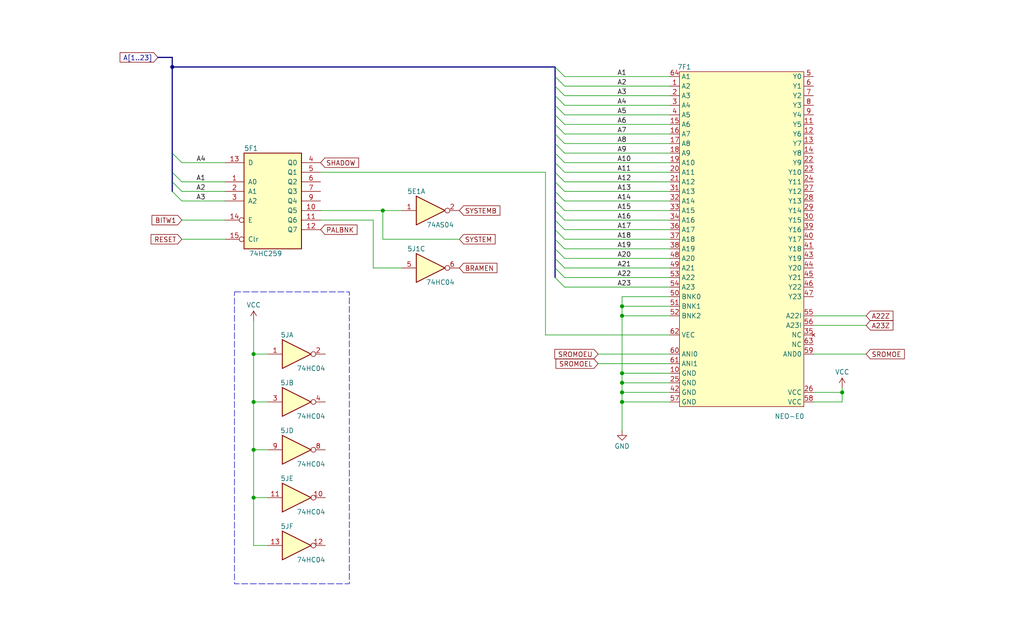
<source format=kicad_sch>
(kicad_sch (version 20230121) (generator eeschema)
  (paper "User" 271.78 169.393)
  (title_block (title "NEO-EO shift registers") (date "2023-08-15") (company "SNK") (comment 3 "Converted by Frater ") (comment 4 "NEO-GEO MVS MV1F") (comment 9 "https://github.com/Neo-Geo-Hardwares/Schematics-MV1F"))
  (lib_symbols
    (symbol "0-Custom-SNK:NEO-E0 (MV2F)"
      (property "Reference" "E5" (at -16.51 45.72 0))
      (property "Value" "NEO-E0 (MV2F)" (at 9.525 -45.72 0))
      (symbol "NEO-E0 (MV2F)_0_0"
        (pin input line (at -19.05 40.64 0) (length 2.54) (name "A2") (number "1"))
        (pin power_in line (at -19.05 -35.56 0) (length 2.54) (name "GND") (number "10"))
        (pin output line (at 19.05 30.48 180) (length 2.54) (name "Y5") (number "11"))
        (pin output line (at 19.05 27.94 180) (length 2.54) (name "Y6") (number "12"))
        (pin output line (at 19.05 25.4 180) (length 2.54) (name "Y7") (number "13"))
        (pin output line (at 19.05 22.86 180) (length 2.54) (name "Y8") (number "14"))
        (pin input line (at -19.05 30.48 0) (length 2.54) (name "A6") (number "15"))
        (pin input line (at -19.05 27.94 0) (length 2.54) (name "A7") (number "16"))
        (pin input line (at -19.05 25.4 0) (length 2.54) (name "A8") (number "17"))
        (pin input line (at -19.05 22.86 0) (length 2.54) (name "A9") (number "18"))
        (pin input line (at -19.05 20.32 0) (length 2.54) (name "A10") (number "19"))
        (pin input line (at -19.05 38.1 0) (length 2.54) (name "A3") (number "2"))
        (pin input line (at -19.05 17.78 0) (length 2.54) (name "A11") (number "20"))
        (pin input line (at -19.05 15.24 0) (length 2.54) (name "A12") (number "21"))
        (pin output line (at 19.05 20.32 180) (length 2.54) (name "Y9") (number "22"))
        (pin output line (at 19.05 17.78 180) (length 2.54) (name "Y10") (number "23"))
        (pin output line (at 19.05 15.24 180) (length 2.54) (name "Y11") (number "24"))
        (pin power_in line (at -19.05 -38.1 0) (length 2.54) (name "GND") (number "25"))
        (pin power_in line (at 19.05 -40.64 180) (length 2.54) (name "VCC") (number "26"))
        (pin output line (at 19.05 12.7 180) (length 2.54) (name "Y12") (number "27"))
        (pin output line (at 19.05 10.16 180) (length 2.54) (name "Y13") (number "28"))
        (pin output line (at 19.05 7.62 180) (length 2.54) (name "Y14") (number "29"))
        (pin input line (at -19.05 35.56 0) (length 2.54) (name "A4") (number "3"))
        (pin output line (at 19.05 5.08 180) (length 2.54) (name "Y15") (number "30"))
        (pin input line (at -19.05 12.7 0) (length 2.54) (name "A13") (number "31"))
        (pin input line (at -19.05 10.16 0) (length 2.54) (name "A14") (number "32"))
        (pin input line (at -19.05 7.62 0) (length 2.54) (name "A15") (number "33"))
        (pin input line (at -19.05 5.08 0) (length 2.54) (name "A16") (number "34"))
        (pin no_connect line (at 19.05 -25.4 180) (length 2.54) (name "NC") (number "35"))
        (pin input line (at -19.05 2.54 0) (length 2.54) (name "A17") (number "36"))
        (pin input line (at -19.05 0 0) (length 2.54) (name "A18") (number "37"))
        (pin input line (at -19.05 -2.54 0) (length 2.54) (name "A19") (number "38"))
        (pin output line (at 19.05 2.54 180) (length 2.54) (name "Y16") (number "39"))
        (pin input line (at -19.05 33.02 0) (length 2.54) (name "A5") (number "4"))
        (pin output line (at 19.05 0 180) (length 2.54) (name "Y17") (number "40"))
        (pin output line (at 19.05 -2.54 180) (length 2.54) (name "Y18") (number "41"))
        (pin power_in line (at -19.05 -40.64 0) (length 2.54) (name "GND") (number "42"))
        (pin output line (at 19.05 -5.08 180) (length 2.54) (name "Y19") (number "43"))
        (pin output line (at 19.05 -7.62 180) (length 2.54) (name "Y20") (number "44"))
        (pin output line (at 19.05 -10.16 180) (length 2.54) (name "Y21") (number "45"))
        (pin output line (at 19.05 -12.7 180) (length 2.54) (name "Y22") (number "46"))
        (pin output line (at 19.05 -15.24 180) (length 2.54) (name "Y23") (number "47"))
        (pin input line (at -19.05 -5.08 0) (length 2.54) (name "A20") (number "48"))
        (pin input line (at -19.05 -7.62 0) (length 2.54) (name "A21") (number "49"))
        (pin output line (at 19.05 43.18 180) (length 2.54) (name "Y0") (number "5"))
        (pin input line (at -19.05 -15.24 0) (length 2.54) (name "BNK0") (number "50"))
        (pin input line (at -19.05 -17.78 0) (length 2.54) (name "BNK1") (number "51"))
        (pin input line (at -19.05 -20.32 0) (length 2.54) (name "BNK2") (number "52"))
        (pin input line (at -19.05 -10.16 0) (length 2.54) (name "A22") (number "53"))
        (pin input line (at -19.05 -12.7 0) (length 2.54) (name "A23") (number "54"))
        (pin output line (at 19.05 -20.32 180) (length 2.54) (name "A22I") (number "55"))
        (pin output line (at 19.05 -22.86 180) (length 2.54) (name "A23I") (number "56"))
        (pin power_in line (at -19.05 -43.18 0) (length 2.54) (name "GND") (number "57"))
        (pin power_in line (at 19.05 -43.18 180) (length 2.54) (name "VCC") (number "58"))
        (pin output line (at 19.05 -30.48 180) (length 2.54) (name "AND0") (number "59"))
        (pin output line (at 19.05 40.64 180) (length 2.54) (name "Y1") (number "6"))
        (pin input line (at -19.05 -30.48 0) (length 2.54) (name "ANI0") (number "60"))
        (pin input line (at -19.05 -33.02 0) (length 2.54) (name "ANI1") (number "61"))
        (pin output line (at -19.05 -25.4 0) (length 2.54) (name "VEC") (number "62"))
        (pin output line (at 19.05 -27.94 180) (length 2.54) (name "NC") (number "63"))
        (pin input line (at -19.05 43.18 0) (length 2.54) (name "A1") (number "64"))
        (pin output line (at 19.05 38.1 180) (length 2.54) (name "Y2") (number "7"))
        (pin output line (at 19.05 35.56 180) (length 2.54) (name "Y3") (number "8"))
        (pin output line (at 19.05 33.02 180) (length 2.54) (name "Y4") (number "9"))
      )
      (symbol "NEO-E0 (MV2F)_1_1"
        (rectangle (start -16.51 44.45) (end 16.51 -44.45) (fill (type background)))
      )
    )
    (symbol "74xx:74HC04"
      (property "Reference" "U" (at 0 1.27 0))
      (property "Value" "74HC04" (at 0 -1.27 0))
      (symbol "74HC04_1_0"
        (polyline (pts (xy -3.81 3.81) (xy -3.81 -3.81) (xy 3.81 0) (xy -3.81 3.81)) (stroke (width 0.254)) (fill (type background)))
        (pin input line (at -7.62 0 0) (length 3.81) (name "~") (number "1"))
        (pin output inverted (at 7.62 0 180) (length 3.81) (name "~") (number "2"))
      )
      (symbol "74HC04_2_0"
        (polyline (pts (xy -3.81 3.81) (xy -3.81 -3.81) (xy 3.81 0) (xy -3.81 3.81)) (stroke (width 0.254)) (fill (type background)))
        (pin input line (at -7.62 0 0) (length 3.81) (name "~") (number "3"))
        (pin output inverted (at 7.62 0 180) (length 3.81) (name "~") (number "4"))
      )
      (symbol "74HC04_3_0"
        (polyline (pts (xy -3.81 3.81) (xy -3.81 -3.81) (xy 3.81 0) (xy -3.81 3.81)) (stroke (width 0.254)) (fill (type background)))
        (pin input line (at -7.62 0 0) (length 3.81) (name "~") (number "5"))
        (pin output inverted (at 7.62 0 180) (length 3.81) (name "~") (number "6"))
      )
      (symbol "74HC04_4_0"
        (polyline (pts (xy -3.81 3.81) (xy -3.81 -3.81) (xy 3.81 0) (xy -3.81 3.81)) (stroke (width 0.254)) (fill (type background)))
        (pin output inverted (at 7.62 0 180) (length 3.81) (name "~") (number "8"))
        (pin input line (at -7.62 0 0) (length 3.81) (name "~") (number "9"))
      )
      (symbol "74HC04_5_0"
        (polyline (pts (xy -3.81 3.81) (xy -3.81 -3.81) (xy 3.81 0) (xy -3.81 3.81)) (stroke (width 0.254)) (fill (type background)))
        (pin output inverted (at 7.62 0 180) (length 3.81) (name "~") (number "10"))
        (pin input line (at -7.62 0 0) (length 3.81) (name "~") (number "11"))
      )
      (symbol "74HC04_6_0"
        (polyline (pts (xy -3.81 3.81) (xy -3.81 -3.81) (xy 3.81 0) (xy -3.81 3.81)) (stroke (width 0.254)) (fill (type background)))
        (pin output inverted (at 7.62 0 180) (length 3.81) (name "~") (number "12"))
        (pin input line (at -7.62 0 0) (length 3.81) (name "~") (number "13"))
      )
      (symbol "74HC04_7_0"
        (pin power_in line (at 0 12.7 270) (length 5.08) (name "VCC") (number "14"))
        (pin power_in line (at 0 -12.7 90) (length 5.08) (name "GND") (number "7"))
      )
      (symbol "74HC04_7_1"
        (rectangle (start -5.08 7.62) (end 5.08 -7.62) (stroke (width 0.254)) (fill (type background)))
      )
    )
    (symbol "74xx:74LS259" (pin_names (offset 1.016))
      (property "Reference" "5F" (at -7.62 13.97 0))
      (property "Value" "74HC259" (at -6.35 -13.97 0))
      (symbol "74LS259_1_0"
        (pin input line (at -12.7 5.08 0) (length 5.08) (name "A0") (number "1"))
        (pin output line (at 12.7 -2.54 180) (length 5.08) (name "Q5") (number "10"))
        (pin output line (at 12.7 -5.08 180) (length 5.08) (name "Q6") (number "11"))
        (pin output line (at 12.7 -7.62 180) (length 5.08) (name "Q7") (number "12"))
        (pin input line (at -12.7 10.16 0) (length 5.08) (name "D") (number "13"))
        (pin input inverted (at -12.7 -5.08 0) (length 5.08) (name "E") (number "14"))
        (pin input inverted (at -12.7 -10.16 0) (length 5.08) (name "Clr") (number "15"))
        (pin power_in line (at 0 17.78 270) (length 5.08) hide (name "VCC") (number "16"))
        (pin input line (at -12.7 2.54 0) (length 5.08) (name "A1") (number "2"))
        (pin input line (at -12.7 0 0) (length 5.08) (name "A2") (number "3"))
        (pin output line (at 12.7 10.16 180) (length 5.08) (name "Q0") (number "4"))
        (pin output line (at 12.7 7.62 180) (length 5.08) (name "Q1") (number "5"))
        (pin output line (at 12.7 5.08 180) (length 5.08) (name "Q2") (number "6"))
        (pin output line (at 12.7 2.54 180) (length 5.08) (name "Q3") (number "7"))
        (pin power_in line (at 0 -17.78 90) (length 5.08) hide (name "GND") (number "8"))
        (pin output line (at 12.7 0 180) (length 5.08) (name "Q4") (number "9"))
      )
      (symbol "74LS259_1_1"
        (rectangle (start -7.62 12.7) (end 7.62 -12.7) (stroke (width 0.254)) (fill (type background)))
      )
    )
    (symbol "power:GND" (power) (pin_names (offset 0))
      (property "Value" "GND" (at 0 -3.81 0))
      (symbol "GND_0_1"
        (polyline (pts (xy 0 0) (xy 0 -1.27) (xy 1.27 -1.27) (xy 0 -2.54) (xy -1.27 -1.27) (xy 0 -1.27)))
      )
      (symbol "GND_1_1"
        (pin power_in line (at 0 0 270) (length 0) hide (name "GND") (number "1"))
      )
    )
    (symbol "power:VCC" (power) (pin_names (offset 0))
      (property "Value" "VCC" (at 0 3.81 0))
      (symbol "VCC_0_1"
        (polyline (pts (xy -0.762 1.27) (xy 0 2.54)))
        (polyline (pts (xy 0 0) (xy 0 2.54)))
        (polyline (pts (xy 0 2.54) (xy 0.762 1.27)))
      )
      (symbol "VCC_1_1"
        (pin power_in line (at 0 0 90) (length 0) hide (name "VCC") (number "1"))
      )
    )
  )
  (junction (at 223.52 104.14))
  (junction (at 165.1 99.06))
  (junction (at 67.31 132.08))
  (junction (at 165.1 106.68))
  (junction (at 67.31 106.68))
  (junction (at 67.31 93.98))
  (junction (at 165.1 101.6))
  (junction (at 165.1 104.14))
  (junction (at 45.72 17.78))
  (junction (at 67.31 119.38))
  (junction (at 165.1 81.28))
  (junction (at 101.6 55.88))
  (junction (at 165.1 83.82))
  (bus_entry (at 147.32 17.78) (size 2.54 2.54))
  (bus_entry (at 45.72 45.72) (size 2.54 2.54))
  (bus_entry (at 147.32 40.64) (size 2.54 2.54))
  (bus_entry (at 147.32 60.96) (size 2.54 2.54))
  (bus_entry (at 147.32 53.34) (size 2.54 2.54))
  (bus_entry (at 147.32 55.88) (size 2.54 2.54))
  (bus_entry (at 45.72 50.8) (size 2.54 2.54))
  (bus_entry (at 147.32 25.4) (size 2.54 2.54))
  (bus_entry (at 147.32 66.04) (size 2.54 2.54))
  (bus_entry (at 147.32 45.72) (size 2.54 2.54))
  (bus_entry (at 147.32 27.94) (size 2.54 2.54))
  (bus_entry (at 147.32 43.18) (size 2.54 2.54))
  (bus_entry (at 147.32 35.56) (size 2.54 2.54))
  (bus_entry (at 147.32 71.12) (size 2.54 2.54))
  (bus_entry (at 147.32 63.5) (size 2.54 2.54))
  (bus_entry (at 147.32 50.8) (size 2.54 2.54))
  (bus_entry (at 147.32 73.66) (size 2.54 2.54))
  (bus_entry (at 147.32 38.1) (size 2.54 2.54))
  (bus_entry (at 147.32 68.58) (size 2.54 2.54))
  (bus_entry (at 147.32 33.02) (size 2.54 2.54))
  (bus_entry (at 147.32 58.42) (size 2.54 2.54))
  (bus_entry (at 45.72 48.26) (size 2.54 2.54))
  (bus_entry (at 147.32 48.26) (size 2.54 2.54))
  (bus_entry (at 147.32 30.48) (size 2.54 2.54))
  (bus_entry (at 45.72 40.64) (size 2.54 2.54))
  (bus_entry (at 147.32 20.32) (size 2.54 2.54))
  (bus_entry (at 147.32 22.86) (size 2.54 2.54))
  (bus (pts (xy 147.32 40.64) (xy 147.32 43.18)))
  (bus (pts (xy 147.32 48.26) (xy 147.32 50.8)))
  (wire (pts (xy 67.31 132.08) (xy 67.31 144.78)))
  (wire (pts (xy 165.1 99.06) (xy 165.1 101.6)))
  (wire (pts (xy 149.86 45.72) (xy 177.8 45.72)))
  (bus (pts (xy 147.32 25.4) (xy 147.32 27.94)))
  (wire (pts (xy 144.78 88.9) (xy 177.8 88.9)))
  (wire (pts (xy 67.31 144.78) (xy 71.12 144.78)))
  (wire (pts (xy 67.31 106.68) (xy 71.12 106.68)))
  (wire (pts (xy 165.1 83.82) (xy 165.1 99.06)))
  (wire (pts (xy 177.8 78.74) (xy 165.1 78.74)))
  (wire (pts (xy 149.86 22.86) (xy 177.8 22.86)))
  (wire (pts (xy 149.86 25.4) (xy 177.8 25.4)))
  (wire (pts (xy 165.1 78.74) (xy 165.1 81.28)))
  (wire (pts (xy 101.6 55.88) (xy 101.6 63.5)))
  (wire (pts (xy 215.9 93.98) (xy 229.87 93.98)))
  (wire (pts (xy 85.09 55.88) (xy 101.6 55.88)))
  (bus (pts (xy 147.32 68.58) (xy 147.32 71.12)))
  (bus (pts (xy 147.32 38.1) (xy 147.32 40.64)))
  (wire (pts (xy 99.06 71.12) (xy 106.68 71.12)))
  (wire (pts (xy 149.86 76.2) (xy 177.8 76.2)))
  (bus (pts (xy 147.32 20.32) (xy 147.32 22.86)))
  (wire (pts (xy 149.86 33.02) (xy 177.8 33.02)))
  (wire (pts (xy 149.86 48.26) (xy 177.8 48.26)))
  (wire (pts (xy 144.78 45.72) (xy 144.78 88.9)))
  (bus (pts (xy 147.32 45.72) (xy 147.32 48.26)))
  (bus (pts (xy 41.91 15.24) (xy 45.72 15.24)))
  (wire (pts (xy 149.86 35.56) (xy 177.8 35.56)))
  (wire (pts (xy 149.86 58.42) (xy 177.8 58.42)))
  (wire (pts (xy 48.26 50.8) (xy 59.69 50.8)))
  (wire (pts (xy 48.26 58.42) (xy 59.69 58.42)))
  (wire (pts (xy 165.1 101.6) (xy 165.1 104.14)))
  (wire (pts (xy 149.86 50.8) (xy 177.8 50.8)))
  (wire (pts (xy 223.52 102.87) (xy 223.52 104.14)))
  (bus (pts (xy 147.32 63.5) (xy 147.32 66.04)))
  (wire (pts (xy 215.9 86.36) (xy 229.87 86.36)))
  (wire (pts (xy 149.86 71.12) (xy 177.8 71.12)))
  (bus (pts (xy 147.32 60.96) (xy 147.32 63.5)))
  (bus (pts (xy 45.72 48.26) (xy 45.72 50.8)))
  (bus (pts (xy 147.32 33.02) (xy 147.32 35.56)))
  (wire (pts (xy 165.1 106.68) (xy 177.8 106.68)))
  (wire (pts (xy 48.26 43.18) (xy 59.69 43.18)))
  (wire (pts (xy 149.86 27.94) (xy 177.8 27.94)))
  (wire (pts (xy 223.52 104.14) (xy 223.52 106.68)))
  (wire (pts (xy 149.86 60.96) (xy 177.8 60.96)))
  (wire (pts (xy 165.1 104.14) (xy 165.1 106.68)))
  (wire (pts (xy 215.9 104.14) (xy 223.52 104.14)))
  (wire (pts (xy 165.1 81.28) (xy 177.8 81.28)))
  (wire (pts (xy 85.09 58.42) (xy 99.06 58.42)))
  (wire (pts (xy 165.1 99.06) (xy 177.8 99.06)))
  (wire (pts (xy 149.86 55.88) (xy 177.8 55.88)))
  (wire (pts (xy 223.52 106.68) (xy 215.9 106.68)))
  (wire (pts (xy 67.31 93.98) (xy 67.31 106.68)))
  (bus (pts (xy 45.72 15.24) (xy 45.72 17.78)))
  (bus (pts (xy 147.32 43.18) (xy 147.32 45.72)))
  (bus (pts (xy 45.72 45.72) (xy 45.72 48.26)))
  (wire (pts (xy 149.86 20.32) (xy 177.8 20.32)))
  (wire (pts (xy 158.75 96.52) (xy 177.8 96.52)))
  (wire (pts (xy 67.31 106.68) (xy 67.31 119.38)))
  (wire (pts (xy 165.1 104.14) (xy 177.8 104.14)))
  (bus (pts (xy 147.32 27.94) (xy 147.32 30.48)))
  (bus (pts (xy 147.32 22.86) (xy 147.32 25.4)))
  (wire (pts (xy 67.31 93.98) (xy 71.12 93.98)))
  (wire (pts (xy 149.86 66.04) (xy 177.8 66.04)))
  (wire (pts (xy 99.06 58.42) (xy 99.06 71.12)))
  (wire (pts (xy 149.86 68.58) (xy 177.8 68.58)))
  (bus (pts (xy 147.32 53.34) (xy 147.32 55.88)))
  (wire (pts (xy 85.09 45.72) (xy 144.78 45.72)))
  (wire (pts (xy 149.86 73.66) (xy 177.8 73.66)))
  (wire (pts (xy 67.31 132.08) (xy 71.12 132.08)))
  (wire (pts (xy 165.1 106.68) (xy 165.1 114.3)))
  (wire (pts (xy 165.1 81.28) (xy 165.1 83.82)))
  (bus (pts (xy 147.32 55.88) (xy 147.32 58.42)))
  (bus (pts (xy 147.32 50.8) (xy 147.32 53.34)))
  (bus (pts (xy 147.32 30.48) (xy 147.32 33.02)))
  (bus (pts (xy 45.72 40.64) (xy 45.72 45.72)))
  (wire (pts (xy 149.86 30.48) (xy 177.8 30.48)))
  (wire (pts (xy 48.26 48.26) (xy 59.69 48.26)))
  (wire (pts (xy 215.9 83.82) (xy 229.87 83.82)))
  (wire (pts (xy 149.86 63.5) (xy 177.8 63.5)))
  (wire (pts (xy 165.1 101.6) (xy 177.8 101.6)))
  (wire (pts (xy 67.31 119.38) (xy 67.31 132.08)))
  (bus (pts (xy 147.32 71.12) (xy 147.32 73.66)))
  (wire (pts (xy 149.86 43.18) (xy 177.8 43.18)))
  (bus (pts (xy 147.32 17.78) (xy 147.32 20.32)))
  (wire (pts (xy 165.1 83.82) (xy 177.8 83.82)))
  (wire (pts (xy 48.26 53.34) (xy 59.69 53.34)))
  (wire (pts (xy 67.31 119.38) (xy 71.12 119.38)))
  (bus (pts (xy 147.32 66.04) (xy 147.32 68.58)))
  (bus (pts (xy 45.72 17.78) (xy 147.32 17.78)))
  (bus (pts (xy 45.72 17.78) (xy 45.72 40.64)))
  (bus (pts (xy 147.32 35.56) (xy 147.32 38.1)))
  (wire (pts (xy 149.86 38.1) (xy 177.8 38.1)))
  (wire (pts (xy 158.75 93.98) (xy 177.8 93.98)))
  (wire (pts (xy 48.26 63.5) (xy 59.69 63.5)))
  (wire (pts (xy 106.68 55.88) (xy 101.6 55.88)))
  (bus (pts (xy 147.32 58.42) (xy 147.32 60.96)))
  (wire (pts (xy 149.86 53.34) (xy 177.8 53.34)))
  (wire (pts (xy 67.31 85.09) (xy 67.31 93.98)))
  (wire (pts (xy 149.86 40.64) (xy 177.8 40.64)))
  (wire (pts (xy 101.6 63.5) (xy 121.92 63.5)))
  (rectangle (start 62.23 77.47) (end 92.71 154.94) (stroke (width 0) (type dash)))
  (label "A16" (at 163.83 58.42 0))
  (label "A15" (at 163.83 55.88 0))
  (label "A3" (at 163.83 25.4 0))
  (label "A6" (at 163.83 33.02 0))
  (label "A4" (at 163.83 27.94 0))
  (label "A2" (at 163.83 22.86 0))
  (label "A2" (at 52.07 50.8 0))
  (label "A22" (at 163.83 73.66 0))
  (label "A9" (at 163.83 40.64 0))
  (label "A4" (at 54.61 43.18 180))
  (label "A20" (at 163.83 68.58 0))
  (label "A13" (at 163.83 50.8 0))
  (label "A23" (at 163.83 76.2 0))
  (label "A3" (at 52.07 53.34 0))
  (label "A1" (at 52.07 48.26 0))
  (label "A7" (at 163.83 35.56 0))
  (label "A14" (at 163.83 53.34 0))
  (label "A12" (at 163.83 48.26 0))
  (label "A10" (at 163.83 43.18 0))
  (label "A8" (at 163.83 38.1 0))
  (label "A21" (at 163.83 71.12 0))
  (label "A19" (at 163.83 66.04 0))
  (label "A1" (at 163.83 20.32 0))
  (label "A17" (at 163.83 60.96 0))
  (label "A18" (at 163.83 63.5 0))
  (label "A11" (at 163.83 45.72 0))
  (label "A5" (at 163.83 30.48 0))
  (global_label "SROMOEL" (shape input) (at 158.75 96.52 180) (property "Intersheetrefs" "${INTERSHEET_REFS}" (at 146.9958 96.52 0) (effects (justify right))))
  (global_label "PALBNK" (shape input) (at 85.09 60.96 0) (property "Intersheetrefs" "${INTERSHEET_REFS}" (at 95.3324 60.96 0) (effects (justify left))))
  (global_label "SROMOE" (shape input) (at 229.87 93.98 0) (property "Intersheetrefs" "${INTERSHEET_REFS}" (at 240.5961 93.98 0) (effects (justify left))))
  (global_label "A22Z" (shape input) (at 229.87 83.82 0) (property "Intersheetrefs" "${INTERSHEET_REFS}" (at 237.5723 83.82 0) (effects (justify left))))
  (global_label "SYSTEMB" (shape input) (at 121.92 55.88 0) (property "Intersheetrefs" "${INTERSHEET_REFS}" (at 133.2508 55.88 0) (effects (justify left))))
  (global_label "A23Z" (shape input) (at 229.87 86.36 0) (property "Intersheetrefs" "${INTERSHEET_REFS}" (at 237.5723 86.36 0) (effects (justify left))))
  (global_label "BITW1" (shape input) (at 48.26 58.42 180) (property "Intersheetrefs" "${INTERSHEET_REFS}" (at 39.7715 58.42 0) (effects (justify right))))
  (global_label "SHADOW" (shape input) (at 85.09 43.18 0) (property "Intersheetrefs" "${INTERSHEET_REFS}" (at 95.7557 43.18 0) (effects (justify left))))
  (global_label "A[1..23]" (shape input) (at 41.91 15.24 180) (property "Intersheetrefs" "${INTERSHEET_REFS}" (at 31.3047 15.24 0) (effects (justify right))))
  (global_label "SYSTEM" (shape input) (at 121.92 63.5 0) (property "Intersheetrefs" "${INTERSHEET_REFS}" (at 131.9808 63.5 0) (effects (justify left))))
  (global_label "BRAMEN" (shape input) (at 121.92 71.12 0) (property "Intersheetrefs" "${INTERSHEET_REFS}" (at 132.4647 71.12 0) (effects (justify left))))
  (global_label "SROMOEU" (shape input) (at 158.75 93.98 180) (property "Intersheetrefs" "${INTERSHEET_REFS}" (at 146.6934 93.98 0) (effects (justify right))))
  (global_label "RESET" (shape input) (at 48.26 63.5 180) (property "Intersheetrefs" "${INTERSHEET_REFS}" (at 39.5297 63.5 0) (effects (justify right))))
  (symbol (lib_id "74xx:74LS259") (at 72.39 53.34 0) (unit 1)
    (property "Reference" "5F1" (at 64.77 39.37 0) (effects (justify left)))
    (property "Value" "74HC259" (at 66.04 67.31 0) (effects (justify left)))
    (property "Datasheet" "http://www.ti.com/lit/gpn/sn74LS259" (effects hide))
  )
  (symbol (lib_id "power:VCC") (at 67.31 85.09 0) (unit 1)
    (property "Reference" "#PWR078" (effects hide))
    (property "Value" "VCC" (at 67.31 80.9569 0))
  )
  (symbol (lib_id "power:VCC") (at 223.52 102.87 0) (unit 1)
    (property "Reference" "#PWR022" (effects hide))
    (property "Value" "VCC" (at 223.52 98.7369 0))
  )
  (symbol (lib_id "power:GND") (at 165.1 114.3 0) (unit 1)
    (property "Reference" "#PWR021" (effects hide))
    (property "Value" "GND" (at 165.1 118.4331 0))
  )
  (symbol (lib_id "74xx:74HC04") (at 78.74 93.98 0) (unit 1)
    (property "Reference" "5J" (at 76.2 88.9 0))
    (property "Value" "74HC04" (at 82.55 97.79 0))
    (property "Datasheet" "https://assets.nexperia.com/documents/data-sheet/74HC_HCT04.pdf" (effects hide))
  )
  (symbol (lib_id "74xx:74HC04") (at 114.3 55.88 0) (unit 1)
    (property "Reference" "5E1" (at 110.49 50.8 0))
    (property "Value" "74AS04" (at 116.84 59.69 0))
    (property "Datasheet" "https://assets.nexperia.com/documents/data-sheet/74HC_HCT04.pdf" (effects hide))
  )
  (symbol (lib_id "74xx:74HC04") (at 114.3 71.12 0) (unit 3)
    (property "Reference" "5J1" (at 110.49 66.04 0))
    (property "Value" "74HC04" (at 113.03 74.93 0) (effects (justify left)))
    (property "Datasheet" "https://assets.nexperia.com/documents/data-sheet/74HC_HCT04.pdf" (effects hide))
  )
  (symbol (lib_id "0-Custom-SNK:NEO-E0 (MV2F)") (at 196.85 63.5 0) (unit 1)
    (property "Reference" "7F1" (at 181.61 17.78 0))
    (property "Value" "NEO-E0" (at 209.55 110.49 0))
  )
  (symbol (lib_id "74xx:74HC04") (at 78.74 119.38 0) (unit 4)
    (property "Reference" "5J" (at 76.2 114.3 0))
    (property "Value" "74HC04" (at 82.55 123.19 0))
    (property "Datasheet" "https://assets.nexperia.com/documents/data-sheet/74HC_HCT04.pdf" (effects hide))
  )
  (symbol (lib_id "74xx:74HC04") (at 78.74 106.68 0) (unit 2)
    (property "Reference" "5J" (at 76.2 101.6 0))
    (property "Value" "74HC04" (at 82.55 110.49 0))
    (property "Datasheet" "https://assets.nexperia.com/documents/data-sheet/74HC_HCT04.pdf" (effects hide))
  )
  (symbol (lib_id "74xx:74HC04") (at 78.74 132.08 0) (unit 5)
    (property "Reference" "5J" (at 76.2 127 0))
    (property "Value" "74HC04" (at 82.55 135.89 0))
    (property "Datasheet" "https://assets.nexperia.com/documents/data-sheet/74HC_HCT04.pdf" (effects hide))
  )
  (symbol (lib_id "74xx:74HC04") (at 78.74 144.78 0) (unit 6)
    (property "Reference" "5J" (at 76.2 139.7 0))
    (property "Value" "74HC04" (at 82.55 148.59 0))
    (property "Datasheet" "https://assets.nexperia.com/documents/data-sheet/74HC_HCT04.pdf" (effects hide))
  )
)
</source>
